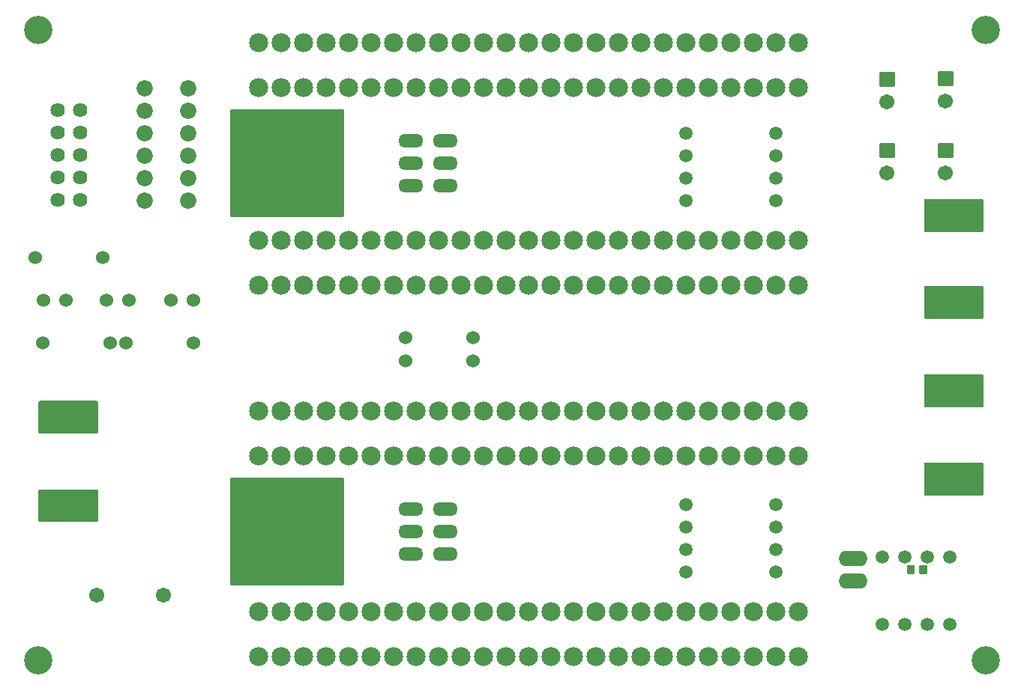
<source format=gbr>
%TF.GenerationSoftware,KiCad,Pcbnew,(5.1.10)-1*%
%TF.CreationDate,2022-06-25T13:24:03+09:00*%
%TF.ProjectId,2022___________,32303232-74a6-4dee-9fed-5fb0fb90fa7f,rev?*%
%TF.SameCoordinates,Original*%
%TF.FileFunction,Soldermask,Bot*%
%TF.FilePolarity,Negative*%
%FSLAX46Y46*%
G04 Gerber Fmt 4.6, Leading zero omitted, Abs format (unit mm)*
G04 Created by KiCad (PCBNEW (5.1.10)-1) date 2022-06-25 13:24:03*
%MOMM*%
%LPD*%
G01*
G04 APERTURE LIST*
%ADD10C,1.711200*%
%ADD11C,2.153200*%
%ADD12C,1.841500*%
%ADD13O,3.251200X1.727200*%
%ADD14C,1.524000*%
%ADD15C,1.511200*%
%ADD16C,1.625600*%
%ADD17O,2.819200X1.511200*%
%ADD18C,3.200000*%
G04 APERTURE END LIST*
D10*
%TO.C,C1*%
X109224100Y-133105600D03*
X101724100Y-133105600D03*
%TD*%
%TO.C,C2*%
G36*
G01*
X194614500Y-130614600D02*
X194614500Y-129814600D01*
G75*
G02*
X194716100Y-129713000I101600J0D01*
G01*
X195416100Y-129713000D01*
G75*
G02*
X195517700Y-129814600I0J-101600D01*
G01*
X195517700Y-130614600D01*
G75*
G02*
X195416100Y-130716200I-101600J0D01*
G01*
X194716100Y-130716200D01*
G75*
G02*
X194614500Y-130614600I0J101600D01*
G01*
G37*
G36*
G01*
X193214500Y-130614600D02*
X193214500Y-129814600D01*
G75*
G02*
X193316100Y-129713000I101600J0D01*
G01*
X194016100Y-129713000D01*
G75*
G02*
X194117700Y-129814600I0J-101600D01*
G01*
X194117700Y-130614600D01*
G75*
G02*
X194016100Y-130716200I-101600J0D01*
G01*
X193316100Y-130716200D01*
G75*
G02*
X193214500Y-130614600I0J101600D01*
G01*
G37*
%TD*%
%TO.C,CTRL1*%
G36*
G01*
X198354100Y-75539200D02*
X196846100Y-75539200D01*
G75*
G02*
X196744500Y-75437600I0J101600D01*
G01*
X196744500Y-73929600D01*
G75*
G02*
X196846100Y-73828000I101600J0D01*
G01*
X198354100Y-73828000D01*
G75*
G02*
X198455700Y-73929600I0J-101600D01*
G01*
X198455700Y-75437600D01*
G75*
G02*
X198354100Y-75539200I-101600J0D01*
G01*
G37*
X197600100Y-77223600D03*
%TD*%
%TO.C,CTRL2*%
G36*
G01*
X198354100Y-83717200D02*
X196846100Y-83717200D01*
G75*
G02*
X196744500Y-83615600I0J101600D01*
G01*
X196744500Y-82107600D01*
G75*
G02*
X196846100Y-82006000I101600J0D01*
G01*
X198354100Y-82006000D01*
G75*
G02*
X198455700Y-82107600I0J-101600D01*
G01*
X198455700Y-83615600D01*
G75*
G02*
X198354100Y-83717200I-101600J0D01*
G01*
G37*
X197600100Y-85401600D03*
%TD*%
D11*
%TO.C,EDGE1*%
X180941100Y-140043600D03*
X178401100Y-140043600D03*
X175861100Y-140043600D03*
X173321100Y-140043600D03*
X170781100Y-140043600D03*
X168241100Y-140043600D03*
X165701100Y-140043600D03*
X163161100Y-140043600D03*
X160621100Y-140043600D03*
X158081100Y-140043600D03*
X155541100Y-140043600D03*
X153001100Y-140043600D03*
X150461100Y-140043600D03*
X147921100Y-140043600D03*
X145381100Y-140043600D03*
X142841100Y-140043600D03*
X140301100Y-140043600D03*
X137761100Y-140043600D03*
X135221100Y-140043600D03*
X132681100Y-140043600D03*
X130141100Y-140043600D03*
X127601100Y-140043600D03*
X125061100Y-140043600D03*
X122521100Y-140043600D03*
X119981100Y-140043600D03*
X119981100Y-134963600D03*
X122521100Y-134963600D03*
X125061100Y-134963600D03*
X127601100Y-134963600D03*
X130141100Y-134963600D03*
X132681100Y-134963600D03*
X135221100Y-134963600D03*
X137761100Y-134963600D03*
X140301100Y-134963600D03*
X142841100Y-134963600D03*
X145381100Y-134963600D03*
X147921100Y-134963600D03*
X150461100Y-134963600D03*
X153001100Y-134963600D03*
X155541100Y-134963600D03*
X158081100Y-134963600D03*
X160621100Y-134963600D03*
X163161100Y-134963600D03*
X165701100Y-134963600D03*
X168241100Y-134963600D03*
X170781100Y-134963600D03*
X173321100Y-134963600D03*
X175861100Y-134963600D03*
X178401100Y-134963600D03*
X180941100Y-134963600D03*
%TD*%
%TO.C,EDGE2*%
X180941100Y-117343600D03*
X178401100Y-117343600D03*
X175861100Y-117343600D03*
X173321100Y-117343600D03*
X170781100Y-117343600D03*
X168241100Y-117343600D03*
X165701100Y-117343600D03*
X163161100Y-117343600D03*
X160621100Y-117343600D03*
X158081100Y-117343600D03*
X155541100Y-117343600D03*
X153001100Y-117343600D03*
X150461100Y-117343600D03*
X147921100Y-117343600D03*
X145381100Y-117343600D03*
X142841100Y-117343600D03*
X140301100Y-117343600D03*
X137761100Y-117343600D03*
X135221100Y-117343600D03*
X132681100Y-117343600D03*
X130141100Y-117343600D03*
X127601100Y-117343600D03*
X125061100Y-117343600D03*
X122521100Y-117343600D03*
X119981100Y-117343600D03*
X119981100Y-112263600D03*
X122521100Y-112263600D03*
X125061100Y-112263600D03*
X127601100Y-112263600D03*
X130141100Y-112263600D03*
X132681100Y-112263600D03*
X135221100Y-112263600D03*
X137761100Y-112263600D03*
X140301100Y-112263600D03*
X142841100Y-112263600D03*
X145381100Y-112263600D03*
X147921100Y-112263600D03*
X150461100Y-112263600D03*
X153001100Y-112263600D03*
X155541100Y-112263600D03*
X158081100Y-112263600D03*
X160621100Y-112263600D03*
X163161100Y-112263600D03*
X165701100Y-112263600D03*
X168241100Y-112263600D03*
X170781100Y-112263600D03*
X173321100Y-112263600D03*
X175861100Y-112263600D03*
X178401100Y-112263600D03*
X180941100Y-112263600D03*
%TD*%
%TO.C,EDGE3*%
X180941100Y-98043600D03*
X178401100Y-98043600D03*
X175861100Y-98043600D03*
X173321100Y-98043600D03*
X170781100Y-98043600D03*
X168241100Y-98043600D03*
X165701100Y-98043600D03*
X163161100Y-98043600D03*
X160621100Y-98043600D03*
X158081100Y-98043600D03*
X155541100Y-98043600D03*
X153001100Y-98043600D03*
X150461100Y-98043600D03*
X147921100Y-98043600D03*
X145381100Y-98043600D03*
X142841100Y-98043600D03*
X140301100Y-98043600D03*
X137761100Y-98043600D03*
X135221100Y-98043600D03*
X132681100Y-98043600D03*
X130141100Y-98043600D03*
X127601100Y-98043600D03*
X125061100Y-98043600D03*
X122521100Y-98043600D03*
X119981100Y-98043600D03*
X119981100Y-92963600D03*
X122521100Y-92963600D03*
X125061100Y-92963600D03*
X127601100Y-92963600D03*
X130141100Y-92963600D03*
X132681100Y-92963600D03*
X135221100Y-92963600D03*
X137761100Y-92963600D03*
X140301100Y-92963600D03*
X142841100Y-92963600D03*
X145381100Y-92963600D03*
X147921100Y-92963600D03*
X150461100Y-92963600D03*
X153001100Y-92963600D03*
X155541100Y-92963600D03*
X158081100Y-92963600D03*
X160621100Y-92963600D03*
X163161100Y-92963600D03*
X165701100Y-92963600D03*
X168241100Y-92963600D03*
X170781100Y-92963600D03*
X173321100Y-92963600D03*
X175861100Y-92963600D03*
X178401100Y-92963600D03*
X180941100Y-92963600D03*
%TD*%
%TO.C,EDGE4*%
X180941100Y-75743600D03*
X178401100Y-75743600D03*
X175861100Y-75743600D03*
X173321100Y-75743600D03*
X170781100Y-75743600D03*
X168241100Y-75743600D03*
X165701100Y-75743600D03*
X163161100Y-75743600D03*
X160621100Y-75743600D03*
X158081100Y-75743600D03*
X155541100Y-75743600D03*
X153001100Y-75743600D03*
X150461100Y-75743600D03*
X147921100Y-75743600D03*
X145381100Y-75743600D03*
X142841100Y-75743600D03*
X140301100Y-75743600D03*
X137761100Y-75743600D03*
X135221100Y-75743600D03*
X132681100Y-75743600D03*
X130141100Y-75743600D03*
X127601100Y-75743600D03*
X125061100Y-75743600D03*
X122521100Y-75743600D03*
X119981100Y-75743600D03*
X119981100Y-70663600D03*
X122521100Y-70663600D03*
X125061100Y-70663600D03*
X127601100Y-70663600D03*
X130141100Y-70663600D03*
X132681100Y-70663600D03*
X135221100Y-70663600D03*
X137761100Y-70663600D03*
X140301100Y-70663600D03*
X142841100Y-70663600D03*
X145381100Y-70663600D03*
X147921100Y-70663600D03*
X150461100Y-70663600D03*
X153001100Y-70663600D03*
X155541100Y-70663600D03*
X158081100Y-70663600D03*
X160621100Y-70663600D03*
X163161100Y-70663600D03*
X165701100Y-70663600D03*
X168241100Y-70663600D03*
X170781100Y-70663600D03*
X173321100Y-70663600D03*
X175861100Y-70663600D03*
X178401100Y-70663600D03*
X180941100Y-70663600D03*
%TD*%
D12*
%TO.C,EDGE5*%
X107178400Y-88533600D03*
X107178400Y-85993600D03*
X107178400Y-83453600D03*
X107178400Y-80913600D03*
X107178400Y-78373600D03*
X107178400Y-75833600D03*
X112029800Y-75833600D03*
X112029800Y-78373600D03*
X112029800Y-80913600D03*
X112029800Y-83453600D03*
X112029800Y-85993600D03*
X112029800Y-88533600D03*
%TD*%
%TO.C,IN-*%
G36*
G01*
X95149500Y-114753600D02*
X95149500Y-111253600D01*
G75*
G02*
X95251100Y-111152000I101600J0D01*
G01*
X101751100Y-111152000D01*
G75*
G02*
X101852700Y-111253600I0J-101600D01*
G01*
X101852700Y-114753600D01*
G75*
G02*
X101751100Y-114855200I-101600J0D01*
G01*
X95251100Y-114855200D01*
G75*
G02*
X95149500Y-114753600I0J101600D01*
G01*
G37*
%TD*%
D13*
%TO.C,JP1*%
X187148100Y-131548600D03*
X187148100Y-129008600D03*
%TD*%
D14*
%TO.C,LED1*%
X98285100Y-99729600D03*
X95745100Y-99729600D03*
%TD*%
%TO.C,LED2*%
X105331100Y-99729600D03*
X102791100Y-99729600D03*
%TD*%
%TO.C,LED3*%
X112631100Y-99729600D03*
X110091100Y-99729600D03*
%TD*%
%TO.C,OUT1-*%
G36*
G01*
X201852700Y-118253600D02*
X201852700Y-121753600D01*
G75*
G02*
X201751100Y-121855200I-101600J0D01*
G01*
X195251100Y-121855200D01*
G75*
G02*
X195149500Y-121753600I0J101600D01*
G01*
X195149500Y-118253600D01*
G75*
G02*
X195251100Y-118152000I101600J0D01*
G01*
X201751100Y-118152000D01*
G75*
G02*
X201852700Y-118253600I0J-101600D01*
G01*
G37*
%TD*%
%TO.C,OUT2-*%
G36*
G01*
X201852700Y-108253600D02*
X201852700Y-111753600D01*
G75*
G02*
X201751100Y-111855200I-101600J0D01*
G01*
X195251100Y-111855200D01*
G75*
G02*
X195149500Y-111753600I0J101600D01*
G01*
X195149500Y-108253600D01*
G75*
G02*
X195251100Y-108152000I101600J0D01*
G01*
X201751100Y-108152000D01*
G75*
G02*
X201852700Y-108253600I0J-101600D01*
G01*
G37*
%TD*%
%TO.C,OUT3-*%
G36*
G01*
X201852700Y-98253600D02*
X201852700Y-101753600D01*
G75*
G02*
X201751100Y-101855200I-101600J0D01*
G01*
X195251100Y-101855200D01*
G75*
G02*
X195149500Y-101753600I0J101600D01*
G01*
X195149500Y-98253600D01*
G75*
G02*
X195251100Y-98152000I101600J0D01*
G01*
X201751100Y-98152000D01*
G75*
G02*
X201852700Y-98253600I0J-101600D01*
G01*
G37*
%TD*%
%TO.C,OUT4-*%
G36*
G01*
X201852700Y-88453600D02*
X201852700Y-91953600D01*
G75*
G02*
X201751100Y-92055200I-101600J0D01*
G01*
X195251100Y-92055200D01*
G75*
G02*
X195149500Y-91953600I0J101600D01*
G01*
X195149500Y-88453600D01*
G75*
G02*
X195251100Y-88352000I101600J0D01*
G01*
X201751100Y-88352000D01*
G75*
G02*
X201852700Y-88453600I0J-101600D01*
G01*
G37*
%TD*%
D15*
%TO.C,P-1*%
X178393100Y-130503600D03*
X168233100Y-130503600D03*
%TD*%
%TO.C,P-2*%
X178393100Y-127963600D03*
X168233100Y-127963600D03*
%TD*%
%TO.C,P-3*%
X178393100Y-125423600D03*
X168233100Y-125423600D03*
%TD*%
%TO.C,P-4*%
X178393100Y-122883600D03*
X168233100Y-122883600D03*
%TD*%
%TO.C,P-5*%
X168290100Y-88503600D03*
X178450100Y-88503600D03*
%TD*%
%TO.C,P-6*%
X168290100Y-85963600D03*
X178450100Y-85963600D03*
%TD*%
%TO.C,P-7*%
X168290100Y-83423600D03*
X178450100Y-83423600D03*
%TD*%
%TO.C,P-8*%
X168290100Y-80883600D03*
X178450100Y-80883600D03*
%TD*%
D14*
%TO.C,R1*%
X102425100Y-94915600D03*
X94805100Y-94915600D03*
%TD*%
%TO.C,R2*%
X103274100Y-104633600D03*
X95654100Y-104633600D03*
%TD*%
%TO.C,R3*%
X136569100Y-104024600D03*
X144189100Y-104024600D03*
%TD*%
%TO.C,R4*%
X144189100Y-106601600D03*
X136569100Y-106601600D03*
%TD*%
%TO.C,R5*%
X104985100Y-104633600D03*
X112605100Y-104633600D03*
%TD*%
D16*
%TO.C,SV1*%
X99853100Y-88390600D03*
X97313100Y-88390600D03*
X99853100Y-85850600D03*
X97313100Y-85850600D03*
X99853100Y-83310600D03*
X97313100Y-83310600D03*
X99853100Y-80770600D03*
X97313100Y-80770600D03*
X99853100Y-78230600D03*
X97313100Y-78230600D03*
%TD*%
%TO.C,SWITCH*%
G36*
G01*
X191751100Y-75666200D02*
X190243100Y-75666200D01*
G75*
G02*
X190141500Y-75564600I0J101600D01*
G01*
X190141500Y-74056600D01*
G75*
G02*
X190243100Y-73955000I101600J0D01*
G01*
X191751100Y-73955000D01*
G75*
G02*
X191852700Y-74056600I0J-101600D01*
G01*
X191852700Y-75564600D01*
G75*
G02*
X191751100Y-75666200I-101600J0D01*
G01*
G37*
D10*
X190997100Y-77350600D03*
%TD*%
%TO.C,THRU-*%
G36*
G01*
X95149500Y-124753600D02*
X95149500Y-121253600D01*
G75*
G02*
X95251100Y-121152000I101600J0D01*
G01*
X101751100Y-121152000D01*
G75*
G02*
X101852700Y-121253600I0J-101600D01*
G01*
X101852700Y-124753600D01*
G75*
G02*
X101751100Y-124855200I-101600J0D01*
G01*
X95251100Y-124855200D01*
G75*
G02*
X95149500Y-124753600I0J101600D01*
G01*
G37*
%TD*%
%TO.C,THRU*%
G36*
G01*
X191751100Y-83717200D02*
X190243100Y-83717200D01*
G75*
G02*
X190141500Y-83615600I0J101600D01*
G01*
X190141500Y-82107600D01*
G75*
G02*
X190243100Y-82006000I101600J0D01*
G01*
X191751100Y-82006000D01*
G75*
G02*
X191852700Y-82107600I0J-101600D01*
G01*
X191852700Y-83615600D01*
G75*
G02*
X191751100Y-83717200I-101600J0D01*
G01*
G37*
X190997100Y-85401600D03*
%TD*%
D15*
%TO.C,TLP1*%
X190449100Y-128771600D03*
X192989100Y-128771600D03*
X195529100Y-128771600D03*
X198069100Y-128771600D03*
X198069100Y-136391600D03*
X195529100Y-136391600D03*
X192989100Y-136391600D03*
X190449100Y-136391600D03*
%TD*%
%TO.C,IRLB3813*%
G36*
G01*
X129687300Y-119964599D02*
X129687300Y-131902601D01*
G75*
G02*
X129585701Y-132004200I-101599J0D01*
G01*
X116885699Y-132004200D01*
G75*
G02*
X116784100Y-131902601I0J101599D01*
G01*
X116784100Y-119964599D01*
G75*
G02*
X116885699Y-119863000I101599J0D01*
G01*
X129585701Y-119863000D01*
G75*
G02*
X129687300Y-119964599I0J-101599D01*
G01*
G37*
D17*
X137231100Y-128473600D03*
X137231100Y-123393600D03*
X137231100Y-125933600D03*
%TD*%
%TO.C,IRLB3813*%
X141071100Y-128473600D03*
X141071100Y-123393600D03*
X141071100Y-125933600D03*
%TD*%
%TO.C,IRLB3813*%
X141071100Y-86806600D03*
X141071100Y-81726600D03*
X141071100Y-84266600D03*
%TD*%
%TO.C,IRLB3813*%
G36*
G01*
X129687300Y-78297599D02*
X129687300Y-90235601D01*
G75*
G02*
X129585701Y-90337200I-101599J0D01*
G01*
X116885699Y-90337200D01*
G75*
G02*
X116784100Y-90235601I0J101599D01*
G01*
X116784100Y-78297599D01*
G75*
G02*
X116885699Y-78196000I101599J0D01*
G01*
X129585701Y-78196000D01*
G75*
G02*
X129687300Y-78297599I0J-101599D01*
G01*
G37*
X137231100Y-86806600D03*
X137231100Y-81726600D03*
X137231100Y-84266600D03*
%TD*%
D18*
%TO.C,H1*%
X95151100Y-140503600D03*
%TD*%
%TO.C,H2*%
X95151100Y-69233600D03*
%TD*%
%TO.C,H3*%
X202151100Y-140503600D03*
%TD*%
%TO.C,H4*%
X202151100Y-69233600D03*
%TD*%
M02*

</source>
